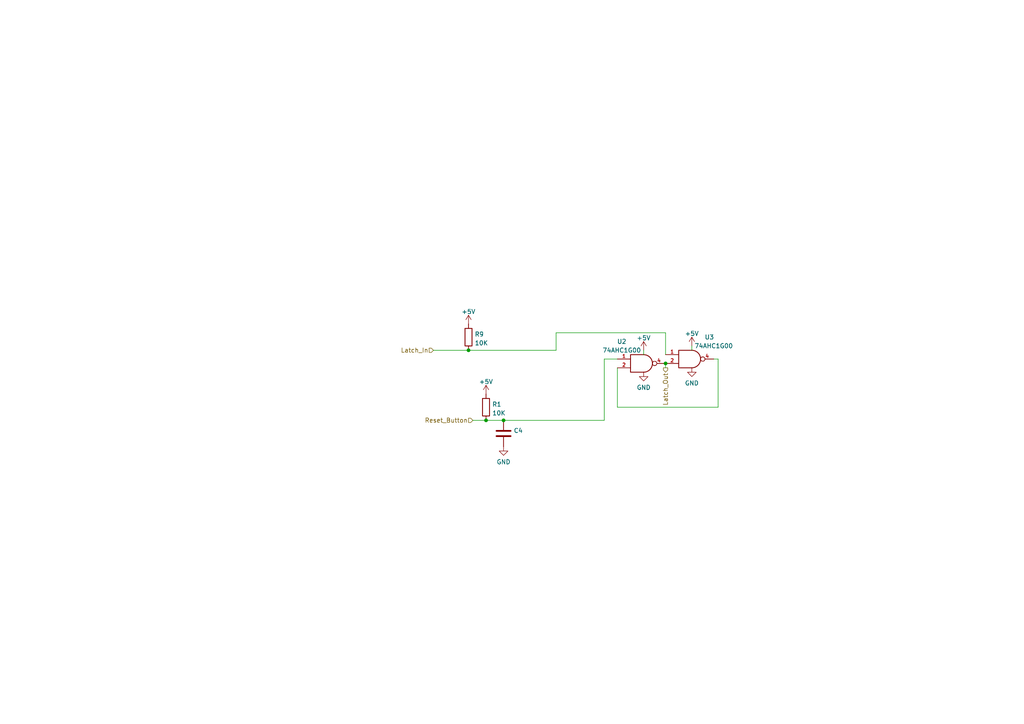
<source format=kicad_sch>
(kicad_sch (version 20211123) (generator eeschema)
  (paper "A4")
  (lib_symbols
    (symbol "74xGxx:74AHC1G00" (pin_names (offset 1.016))
      (property "Reference" "U" (at -2.54 3.81 0))
      (property "Value" "74AHC1G00" (at 0 -3.81 0))
      (symbol "74AHC1G00_0_1"
        (arc (start 0 -2.54) (mid 2.54 0) (end 0 2.54) (stroke (width 0.254)))
        (polyline (pts (xy 0 -2.54) (xy -3.81 -2.54) (xy -3.81 2.54) (xy 0 2.54)) (stroke (width 0.254)))
      )
      (symbol "74AHC1G00_1_1"
        (pin input line (at -7.62 1.27 0) (length 3.81) (name "~") (number "1"))
        (pin input line (at -7.62 -1.27 0) (length 3.81) (name "~") (number "2"))
        (pin power_in line (at 0 -2.54 270) (length 0) hide (name "GND") (number "3"))
        (pin output inverted (at 6.35 0 180) (length 3.81) (name "~") (number "4"))
        (pin power_in line (at 0 2.54 90) (length 0) hide (name "VCC") (number "5"))
      )
    )
    (symbol "Device:C" (pin_numbers hide) (pin_names (offset 0.254))
      (property "Reference" "C" (at 0.635 2.54 0))
      (property "Value" "C" (at 0.635 -2.54 0))
      (symbol "C_0_1"
        (polyline (pts (xy -2.032 -0.762) (xy 2.032 -0.762)) (stroke (width 0.508)))
        (polyline (pts (xy -2.032 0.762) (xy 2.032 0.762)) (stroke (width 0.508)))
      )
      (symbol "C_1_1"
        (pin passive line (at 0 3.81 270) (length 2.794) (name "~") (number "1"))
        (pin passive line (at 0 -3.81 90) (length 2.794) (name "~") (number "2"))
      )
    )
    (symbol "Device:R" (pin_numbers hide) (pin_names (offset 0))
      (property "Reference" "R" (at 2.032 0 90))
      (property "Value" "R" (at 0 0 90))
      (symbol "R_0_1"
        (rectangle (start -1.016 -2.54) (end 1.016 2.54) (stroke (width 0.254)))
      )
      (symbol "R_1_1"
        (pin passive line (at 0 3.81 270) (length 1.27) (name "~") (number "1"))
        (pin passive line (at 0 -3.81 90) (length 1.27) (name "~") (number "2"))
      )
    )
    (symbol "power:+5V" (power) (pin_names (offset 0))
      (property "Value" "+5V" (at 0 3.556 0))
      (symbol "+5V_0_1"
        (polyline (pts (xy -0.762 1.27) (xy 0 2.54)))
        (polyline (pts (xy 0 0) (xy 0 2.54)))
        (polyline (pts (xy 0 2.54) (xy 0.762 1.27)))
      )
      (symbol "+5V_1_1"
        (pin power_in line (at 0 0 90) (length 0) hide (name "+5V") (number "1"))
      )
    )
    (symbol "power:GND" (power) (pin_names (offset 0))
      (property "Value" "GND" (at 0 -3.81 0))
      (symbol "GND_0_1"
        (polyline (pts (xy 0 0) (xy 0 -1.27) (xy 1.27 -1.27) (xy 0 -2.54) (xy -1.27 -1.27) (xy 0 -1.27)))
      )
      (symbol "GND_1_1"
        (pin power_in line (at 0 0 270) (length 0) hide (name "GND") (number "1"))
      )
    )
  )
  (junction (at 146.05 121.92))
  (junction (at 135.89 101.6))
  (junction (at 140.97 121.92))
  (junction (at 193.04 105.41))
  (wire (pts (xy 208.28 118.11) (xy 179.07 118.11)))
  (wire (pts (xy 161.29 96.52) (xy 193.04 96.52)))
  (wire (pts (xy 175.26 121.92) (xy 175.26 104.14)))
  (wire (pts (xy 179.07 118.11) (xy 179.07 106.68)))
  (wire (pts (xy 146.05 121.92) (xy 175.26 121.92)))
  (wire (pts (xy 135.89 101.6) (xy 161.29 101.6)))
  (wire (pts (xy 186.69 101.6) (xy 186.69 102.87)))
  (wire (pts (xy 208.28 104.14) (xy 208.28 118.11)))
  (wire (pts (xy 208.28 104.14) (xy 207.01 104.14)))
  (wire (pts (xy 175.26 104.14) (xy 179.07 104.14)))
  (wire (pts (xy 193.04 106.68) (xy 193.04 105.41)))
  (wire (pts (xy 137.16 121.92) (xy 140.97 121.92)))
  (wire (pts (xy 200.66 100.33) (xy 200.66 101.6)))
  (wire (pts (xy 193.04 102.87) (xy 193.04 96.52)))
  (wire (pts (xy 161.29 101.6) (xy 161.29 96.52)))
  (wire (pts (xy 140.97 121.92) (xy 146.05 121.92)))
  (wire (pts (xy 125.73 101.6) (xy 135.89 101.6)))
  (hierarchical_label "Reset_Button" (shape input) (at 137.16 121.92 180))
  (hierarchical_label "Latch_Out" (shape output) (at 193.04 106.68 270))
  (hierarchical_label "Latch_In" (shape input) (at 125.73 101.6 180))
  (symbol (lib_id "power:GND") (at 186.69 107.95 0) (unit 1)
    (property "Reference" "#PWR0115" (effects hide))
    (property "Value" "GND" (at 186.69 112.3934 0))
  )
  (symbol (lib_id "74xGxx:74AHC1G00") (at 200.66 104.14 0) (unit 1)
    (property "Reference" "U3" (at 205.74 97.79 0))
    (property "Value" "74AHC1G00" (at 207.01 100.33 0))
    (property "Footprint" "Package_TO_SOT_SMD:SOT-353_SC-70-5_Handsoldering" (effects hide))
    (property "Datasheet" "http://www.ti.com/lit/sg/scyt129e/scyt129e.pdf" (effects hide))
  )
  (symbol (lib_id "74xGxx:74AHC1G00") (at 186.69 105.41 0) (unit 1)
    (property "Reference" "U2" (at 180.34 99.06 0))
    (property "Value" "74AHC1G00" (at 180.34 101.6 0))
    (property "Footprint" "Package_TO_SOT_SMD:SOT-353_SC-70-5_Handsoldering" (effects hide))
    (property "Datasheet" "http://www.ti.com/lit/sg/scyt129e/scyt129e.pdf" (effects hide))
  )
  (symbol (lib_id "power:+5V") (at 135.89 93.98 0) (unit 1)
    (property "Reference" "#PWR0132" (effects hide))
    (property "Value" "+5V" (at 135.89 90.4042 0))
  )
  (symbol (lib_id "power:+5V") (at 140.97 114.3 0) (unit 1)
    (property "Reference" "#PWR0112" (effects hide))
    (property "Value" "+5V" (at 140.97 110.7242 0))
  )
  (symbol (lib_id "power:GND") (at 200.66 106.68 0) (unit 1)
    (property "Reference" "#PWR0114" (effects hide))
    (property "Value" "GND" (at 200.66 111.1234 0))
  )
  (symbol (lib_id "power:+5V") (at 186.69 101.6 0) (unit 1)
    (property "Reference" "#PWR0116" (effects hide))
    (property "Value" "+5V" (at 186.69 98.0242 0))
  )
  (symbol (lib_id "Device:R") (at 135.89 97.79 0) (unit 1)
    (property "Reference" "R9" (at 137.668 96.9553 0) (effects (justify left)))
    (property "Value" "10K" (at 137.668 99.4922 0) (effects (justify left)))
    (property "Footprint" "Resistor_SMD:R_1206_3216Metric_Pad1.30x1.75mm_HandSolder" (effects hide))
  )
  (symbol (lib_id "power:+5V") (at 200.66 100.33 0) (unit 1)
    (property "Reference" "#PWR0113" (effects hide))
    (property "Value" "+5V" (at 200.66 96.7542 0))
  )
  (symbol (lib_id "Device:C") (at 146.05 125.73 0) (unit 1)
    (property "Reference" "C4" (at 148.971 124.8953 0) (effects (justify left)))
  )
  (symbol (lib_id "power:GND") (at 146.05 129.54 0) (unit 1)
    (property "Reference" "#PWR0117" (effects hide))
    (property "Value" "GND" (at 146.05 133.9834 0))
  )
  (symbol (lib_id "Device:R") (at 140.97 118.11 180) (unit 1)
    (property "Reference" "R1" (at 142.748 117.2753 0) (effects (justify right)))
    (property "Value" "10K" (at 142.748 119.8122 0) (effects (justify right)))
    (property "Footprint" "Resistor_SMD:R_1206_3216Metric_Pad1.30x1.75mm_HandSolder" (effects hide))
  )
)
</source>
